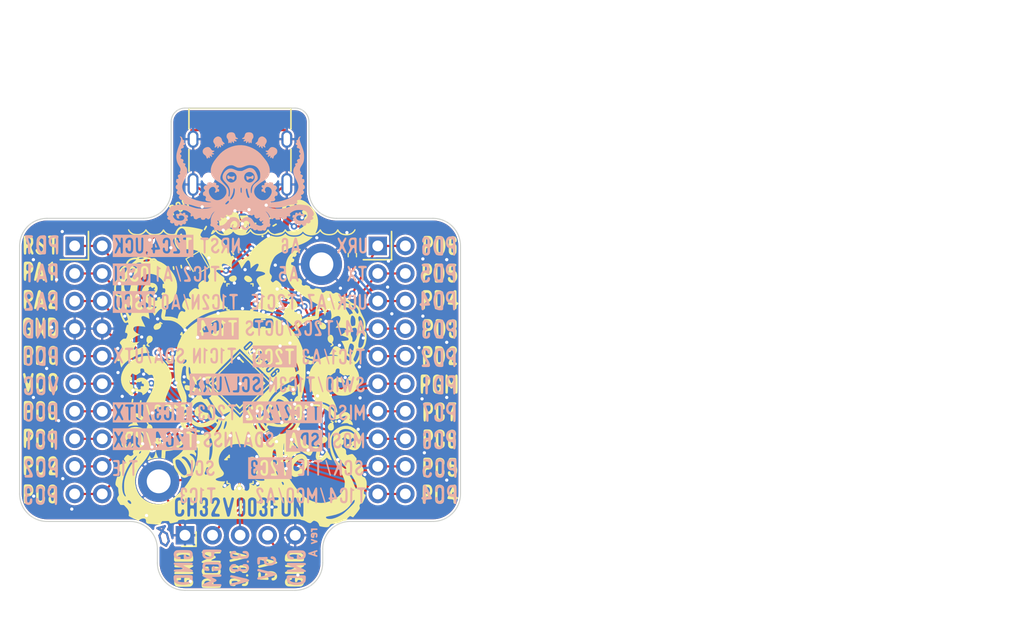
<source format=kicad_pcb>
(kicad_pcb (version 20211014) (generator pcbnew)
  (layers (0 "F.Cu" signal) (31 "B.Cu" signal) (34 "B.Paste" user) (35 "F.Paste" user) (36 "B.SilkS" user "B.Silkscreen") (37 "F.SilkS" user "F.Silkscreen") (38 "B.Mask" user) (39 "F.Mask" user) (44 "Edge.Cuts" user))
  (net 0 "")
  (net 1 "VCC")
  (net 2 "GND")
  (net 3 "PD7NRST")
  (net 4 "PA1")
  (net 5 "PA2")
  (net 6 "PD0")
  (net 7 "PC0")
  (net 8 "PC1")
  (net 9 "PC2")
  (net 10 "PC3")
  (net 11 "SWIO")
  (net 12 "PC4")
  (net 13 "PC5")
  (net 14 "PC6")
  (net 15 "PC7")
  (net 16 "PD2")
  (net 17 "PD6")
  (net 18 "Net-(D1-Pad4)")
  (net 19 "Net-(D1-Pad5)")
  (net 20 "Net-(D2-Pad4)")
  (net 21 "Net-(D2-Pad5)")
  (net 22 "Net-(D3-Pad4)")
  (net 23 "Net-(D3-Pad5)")
  (net 24 "Net-(D4-Pad4)")
  (net 25 "Net-(D4-Pad5)")
  (net 26 "Net-(D5-Pad4)")
  (net 27 "Net-(D5-Pad5)")
  (net 30 "D+")
  (net 31 "D-")
  (net 32 "DPU")
  (net 33 "Net-(J4-PadA7)")
  (net 34 "Net-(J4-PadA6)")
  (net 35 "Net-(J4-PadB5)")
  (net 36 "Net-(J4-PadA5)")
  (net 39 "+5V")
  (net 40 "Net-(D7-Pad2)")
  (net 41 "Net-(D8-Pad1)")
  (footprint "WS2816-2121:WS2816-2121" (layer "F.Cu") (at 93.071804 96.000012 -120)
    (fp_text reference "D1" hide)
    (fp_text value "WS2816C-2121" hide)
  )
  (footprint "Resistor_SMD:R_0402_1005Metric" (layer "F.Cu") (at 90.45 101.68 -100)
    (fp_text reference "R6")
    (fp_text value "1.5k" hide)
  )
  (footprint "Resistor_SMD:R_0402_1005Metric" (layer "F.Cu") (at 103.825 93.038327 -120)
    (fp_text reference "R2")
    (fp_text value "NP" hide)
  )
  (footprint "MountingHole:MountingHole_2.2mm_M2_DIN965_Pad" (layer "F.Cu") (at 92.5 109)
    (fp_text reference "J6" hide)
    (fp_text value "HOLE" hide)
  )
  (footprint "Capacitor_SMD:C_0402_1005Metric" (layer "F.Cu") (at 97.46 94.92 30)
    (fp_text reference "C3" hide)
    (fp_text value "1u")
  )
  (footprint "Resistor_SMD:R_0402_1005Metric" (layer "F.Cu") (at 99.65 87.75 -60)
    (fp_text reference "R1" hide)
    (fp_text value "NP")
  )
  (footprint "Resistor_SMD:R_0402_1005Metric" (layer "F.Cu") (at 102.14 94.45 180)
    (fp_text reference "R5")
    (fp_text value "NP" hide)
  )
  (footprint "Custom:PinHeader_2x10_P2.54mm_Vertical" (layer "F.Cu") (at 84.755 87.305)
    (fp_text reference "J1" hide)
    (fp_text value "~")
  )
  (footprint "WS2816-2121:WS2816-2121" (layer "F.Cu") (at 100.000003 108.000006)
    (fp_text reference "D5" hide)
    (fp_text value "WS2816C-2121" hide)
  )
  (footprint "Custom:PinHeader_1x05_P2.54mm_Vertical" (layer "F.Cu") (at 94.925 113.97 90)
    (fp_text reference "J2" hide)
    (fp_text value "PGM" hide)
  )
  (footprint "Capacitor_SMD:C_0402_1005Metric" (layer "F.Cu") (at 94.23 89.28 -80)
    (fp_text reference "C4")
    (fp_text value "1u" hide)
  )
  (footprint "Package_DFN_QFN:QFN-20-1EP_3x3mm_P0.4mm_EP1.65x1.65mm" (layer "F.Cu") (at 99.97 99.97 -45)
    (fp_text reference "U1")
    (fp_text value "CH32V003F4U6" hide)
  )
  (footprint "Capacitor_SMD:C_0402_1005Metric" (layer "F.Cu") (at 96.627551 100.461842 113)
    (fp_text reference "C1" hide)
    (fp_text value "1u" hide)
  )
  (footprint "MountingHole:MountingHole_2.2mm_M2_DIN965_Pad" (layer "F.Cu") (at 107.5 89)
    (fp_text reference "J5" hide)
    (fp_text value "HOLE" hide)
  )
  (footprint "WS2816-2121:WS2816-2121" (layer "F.Cu") (at 100.000007 92.000012 180)
    (fp_text reference "D2" hide)
    (fp_text value "WS2816C-2121" hide)
  )
  (footprint "LED_SMD:LED_0402_1005Metric" (layer "F.Cu") (at 101.125 86.95 -150)
    (fp_text reference "D8" hide)
    (fp_text value "NP")
  )
  (footprint "WS2816-2121:WS2816-2121" (layer "F.Cu") (at 106.928203 96 120)
    (fp_text reference "D3" hide)
    (fp_text value "WS2816C-2121" hide)
  )
  (footprint "Capacitor_SMD:C_0402_1005Metric" (layer "F.Cu") (at 102.734308 104.79 30)
    (fp_text reference "C2")
    (fp_text value "1u" hide)
  )
  (footprint "LED_SMD:LED_0402_1005Metric" (layer "F.Cu") (at 94.875 84.725 -155)
    (fp_text reference "D7")
    (fp_text value "LED")
  )
  (footprint "xdfn_reg:xdfn-reg" (layer "F.Cu") (at 96.07 88.89 30)
    (fp_text reference "U2")
    (fp_text value "3.3vReg")
  )
  (footprint "Resistor_SMD:R_0402_1005Metric" (layer "F.Cu") (at 110.35 88.15 90)
    (fp_text reference "R7" hide)
    (fp_text value "NP")
  )
  (footprint "Resistor_SMD:R_0402_1005Metric" (layer "F.Cu") (at 97.14 85.84 -120)
    (fp_text reference "R3")
    (fp_text value "5.1k" hide)
  )
  (footprint "Connector_USB:USB_C_Receptacle_HRO_TYPE-C-31-M-12" (layer "F.Cu") (at 99.99 78.51 180)
    (fp_text reference "J4" hide)
    (fp_text value "USB_C_Receptacle_USB2.0" hide)
  )
  (footprint "art:Front" (layer "F.Cu") (at 100.375306 96.777662)
    (fp_text reference "A1" hide)
    (fp_text value "front" hide)
  )
  (footprint "Resistor_SMD:R_0402_1005Metric" (layer "F.Cu") (at 102.998327 85.055 30)
    (fp_text reference "R4")
    (fp_text value "5.1k" hide)
  )
  (footprint "Custom:PinHeader_2x10_P2.54mm_Vertical" (layer "F.Cu") (at 112.695 87.305)
    (fp_text reference "J3" hide)
    (fp_text value "~")
  )
  (footprint "WS2816-2121:WS2816-2121" (layer "F.Cu") (at 106.928202 103.999997 60)
    (fp_text reference "D4" hide)
    (fp_text value "WS2816C-2121" hide)
  )
  (footprint "WS2816-2121:WS2816-2121" (layer "F.Cu") (at 93.071797 104 -60)
    (fp_text reference "D6" hide)
    (fp_text value "WS2816C-2121" hide)
  )
  (footprint "art:Back" (layer "B.Cu") (at 101.318385 96.90765 180)
    (fp_text reference "A2" hide)
    (fp_text value "back" hide)
  )
  (footprint "art:Heart" (layer "B.Cu") (at 100.309657 75.585578 180)
    (fp_text reference "A3" hide)
    (fp_text value "heart" hide)
  )
  (gr_line (start 93.183013 114.941025) (end 92.75 114.691025) (layer "F.Cu") (width 0.2))
  (gr_line (start 92.383975 113.325) (end 93.25 113.825) (layer "F.Cu") (width 0.2))
  (gr_line (start 93.066987 113.141987) (end 92.383975 113.325) (layer "F.Cu") (width 0.2))
  (gr_line (start 92.75 114.691025) (end 92.566987 114.008013) (layer "F.Cu") (width 0.2))
  (gr_line (start 92.566987 114.008013) (end 93.066987 113.141987) (layer "F.Cu") (width 0.2))
  (gr_line (start 93.433013 114.508013) (end 93.183013 114.941025) (layer "F.Cu") (width 0.2))
  (gr_line (start 93.433013 114.508013) (end 93.25 113.825) (layer "F.Cu") (width 0.2))
  (gr_line (start 93.25 113.825) (end 93.433013 114.508013) (layer "B.Cu") (width 0.2))
  (gr_line (start 92.75 114.691025) (end 92.566987 114.008013) (layer "B.Cu") (width 0.2))
  (gr_line (start 93.066987 113.141987) (end 92.383975 113.325) (layer "B.Cu") (width 0.2))
  (gr_line (start 93.183013 114.941025) (end 92.75 114.691025) (layer "B.Cu") (width 0.2))
  (gr_line (start 92.383975 113.325) (end 93.25 113.825) (layer "B.Cu") (width 0.2))
  (gr_line (start 92.566987 114.008013) (end 93.066987 113.141987) (layer "B.Cu") (width 0.2))
  (gr_line (start 93.433013 114.508013) (end 93.183013 114.941025) (layer "B.Cu") (width 0.2))
  (gr_rect (start 90.83 111.27) (end 93.41 112.21) (layer "F.SilkS") (width 0.15) (fill solid))
  (gr_arc (start 117.78 84.76) (mid 119.576051 85.503949) (end 120.32 87.3) (layer "Edge.Cuts") (width 0.1))
  (gr_line (start 91.11 84.76) (end 82.22 84.76) (layer "Edge.Cuts") (width 0.1))
  (gr_arc (start 79.68 87.3) (mid 80.423949 85.503949) (end 82.22 84.76) (layer "Edge.Cuts") (width 0.1))
  (gr_line (start 105.08 74.6) (end 94.92 74.6) (layer "Edge.Cuts") (width 0.1))
  (gr_arc (start 105.08 74.6) (mid 105.978026 74.971974) (end 106.35 75.87) (layer "Edge.Cuts") (width 0.1))
  (gr_arc (start 108.89 84.76) (mid 107.093948 84.016051) (end 106.35 82.219999) (layer "Edge.Cuts") (width 0.1))
  (gr_line (start 92.38 115.24) (end 92.38 116.51) (layer "Edge.Cuts") (width 0.1))
  (gr_line (start 120.32 87.3) (end 120.32 110.16) (layer "Edge.Cuts") (width 0.1))
  (gr_arc (start 107.62 116.51) (mid 106.876051 118.306051) (end 105.08 119.05) (layer "Edge.Cuts") (width 0.1))
  (gr_arc (start 82.22 112.7) (mid 80.423949 111.956051) (end 79.68 110.16) (layer "Edge.Cuts") (width 0.1))
  (gr_line (start 89.84 112.7) (end 82.22 112.7) (layer "Edge.Cuts") (width 0.1))
  (gr_line (start 79.68 110.16) (end 79.68 87.3) (layer "Edge.Cuts") (width 0.1))
  (gr_line (start 106.35 82.219999) (end 106.35 75.87) (layer "Edge.Cuts") (width 0.1))
  (gr_arc (start 93.65 75.87) (mid 94.021974 74.971974) (end 94.92 74.6) (layer "Edge.Cuts") (width 0.1))
  (gr_line (start 117.78 84.76) (end 108.89 84.76) (layer "Edge.Cuts") (width 0.1))
  (gr_line (start 107.62 115.24) (end 107.62 116.51) (layer "Edge.Cuts") (width 0.1))
  (gr_line (start 105.08 119.05) (end 94.92 119.05) (layer "Edge.Cuts") (width 0.1))
  (gr_arc (start 93.650001 82.22) (mid 92.906052 84.016052) (end 91.11 84.76) (layer "Edge.Cuts") (width 0.1))
  (gr_arc (start 120.32 110.16) (mid 119.576051 111.956051) (end 117.78 112.7) (layer "Edge.Cuts") (width 0.1))
  (gr_arc (start 94.92 119.05) (mid 93.123949 118.306051) (end 92.38 116.51) (layer "Edge.Cuts") (width 0.1))
  (gr_line (start 93.65 75.87) (end 93.650001 82.22) (layer "Edge.Cuts") (width 0.1))
  (gr_arc (start 107.62 115.24) (mid 108.363949 113.443949) (end 110.16 112.7) (layer "Edge.Cuts") (width 0.1))
  (gr_line (start 110.16 112.7) (end 117.78 112.7) (layer "Edge.Cuts") (width 0.1))
  (gr_arc (start 89.84 112.7) (mid 91.636051 113.443949) (end 92.38 115.24) (layer "Edge.Cuts") (width 0.1))
  (gr_text "rev A" (at 106.75 114.6 90) (layer "B.SilkS") (effects (font (size 0.7 0.7)) (justify mirror)))
  (segment (start 100.09 90.28) (end 100.14 90.75) (width 0.2) (layer "F.Cu") (net 1))
  (segment (start 99.97 90.09) (end 100.09 90.28) (width 0.2) (layer "F.Cu") (net 1))
  (segment (start 99.15 106.59) (end 100.15 107.23) (width 0.2) (layer "F.Cu") (net 1))
  (segment (start 100.729978 87.1175) (end 101.05 87.55) (width 0.2) (layer "F.Cu") (net 1))
  (segment (start 95.55 105.42) (end 96.14 105.4) (width 0.2) (layer "F.Cu") (net 1))
  (segment (start 100.08 91.01) (end 100.03 91.8) (width 0.2) (layer "F.Cu") (net 1))
  (segment (start 96.82 93.73) (end 97.044308 95.16) (width 0.2) (layer "F.Cu") (net 1))
  (segment (start 100.94 106.23) (end 101.47 105.77) (width 0.2) (layer "F.Cu") (net 1))
  (segment (start 103.359286 105.339286) (end 103.31 105.37) (width 0.2) (layer "F.Cu") (net 1))
  (segment (start 97.07 89.89) (end 98.7003 89.5747) (width 0.2) (layer "F.Cu") (net 1))
  (segment (start 94.63 105) (end 95.55 105.42) (width 0.2) (layer "F.Cu") (net 1))
  (segment (start 95.74 100.67) (end 96.815102 100.903684) (width 0.2) (layer "F.Cu") (net 1))
  (segment (start 97.2 100.75) (end 97.39 100.74) (width 0.2) (layer "F.Cu") (net 1))
  (segment (start 93.1449 97.133406) (end 93.79 97.22) (width 0.2) (layer "F.Cu") (net 1))
  (segment (start 105.977238 102.627238) (end 106.855106 102.866603) (width 0.2) (layer "F.Cu") (net 1))
  (segment (start 97.63 92.98) (end 97.05 93.29) (width 0.2) (layer "F.Cu") (net 1))
  (segment (start 96.815102 100.903684) (end 97.2 100.75) (width 0.2) (layer "F.Cu") (net 1))
  (segment (start 96.082527 95.732527) (end 97.044308 95.16) (width 0.2) (layer "F.Cu") (net 1))
  (segment (start 96.016891 89.498013) (end 97.07 89.89) (width 0.2) (layer "F.Cu") (net 1))
  (segment (start 94.089893 104.503394) (end 94.31 104.71) (width 0.2) (layer "F.Cu") (net 1))
  (segment (start 104.6 96.26) (end 105.910107 95.496606) (width 0.2) (layer "F.Cu") (net 1))
  (segment (start 99.92 92.5) (end 99.71 92.64) (width 0.2) (layer "F.Cu") (net 1))
  (segment (start 94.09 99.93) (end 95.74 100.67) (width 0.2) (layer "F.Cu") (net 1))
  (segment (start 100.57 107.34) (end 100.945003 107.370006) (width 0.2) (layer "F.Cu") (net 1))
  (segment (start 97.54 100.82) (end 97.69 100.83) (width 0.2) (layer "F.Cu") (net 1))
  (segment (start 91.528296 99.958296) (end 94.09 99.93) (width 0.2) (layer "F.Cu") (net 1))
  (segment (start 96.14 105.4) (end 99.15 106.59) (width 0.2) (layer "F.Cu") (net 1))
  (segment (start 97.05 93.29) (end 96.82 93.73) (width 0.2) (layer "F.Cu") (net 1))
  (segment (start 91.825018 99.955018) (end 91.528296 99.958296) (width 0.2) (layer "F.Cu") (net 1))
  (segment (start 100.14 90.75) (end 100.08 91.01) (width 0.2) (layer "F.Cu") (net 1))
  (segment (start 101.47 105.77) (end 102.318616 105.03) (width 0.2) (layer "F.Cu") (net 1))
  (segment (start 99.94 109.66) (end 99.96 108.42) (width 0.2) (layer "F.Cu") (net 1))
  (segment (start 98.7003 89.5747) (end 99.3 89.73) (width 0.2) (layer "F.Cu") (net 1))
  (segment (start 100.03 91.8) (end 99.92 92.5) (width 0.2) (layer "F.Cu") (net 1))
  (segment (start 87.3 100.005) (end 91.528296 99.958296) (width 0.2) (layer "F.Cu") (net 1))
  (segment (start 102.76 105.34) (end 102.318616 105.03) (width 0.2) (layer "F.Cu") (net 1))
  (segment (start 99.055007 92.630012) (end 97.63 92.98) (width 0.2) (layer "F.Cu") (net 1))
  (segment (start 100.387736 107.292264) (end 100.94 106.23) (width 0.2) (layer "F.Cu") (net 1))
  (segment (start 94.31 104.71) (end 94.63 105) (width 0.2) (layer "F.Cu") (net 1))
  (segment (start 99.71 92.64) (end 99.055007 92.630012) (width 0.2) (layer "F.Cu") (net 1))
  (segment (start 100.316415 107.273585) (end 100.387736 107.292264) (width 0.2) (layer "F.Cu") (net 1))
  (segment (start 100.15 107.23) (end 100.316415 107.273585) (width 0.2) (layer "F.Cu") (net 1))
  (segment (start 103.31 105.37) (end 102.76 105.34) (width 0.2) (layer "F.Cu") (net 1))
  (segment (start 100.387736 107.292264) (end 100.57 107.34) (width 0.2) (layer "F.Cu") (net 1))
  (segment (start 97.69 100.83) (end 97.89 100.83) (width 0.2) (layer "F.Cu") (net 1))
  (segment (start 84.755 100.005) (end 87.295 100.005) (width 0.2) (layer "F.Cu") (net 1))
  (segment (start 97.39 100.74) (end 97.54 100.82) (width 0.2) (layer "F.Cu") (net 1))
  (segment (start 98.03 100.78) (end 98.37901 100.429619) (width 0.2) (layer "F.Cu") (net 1))
  (segment (start 99.3 89.73) (end 99.97 90.09) (width 0.2) (layer "F.Cu") (net 1))
  (segment (start 97.89 100.83) (end 98.03 100.78) (width 0.2) (layer "F.Cu") (net 1))
  (segment (start 100.2 107.6) (end 100.316415 107.273585) (width 0.2) (layer "F.Cu") (net 1))
  (segment (start 99.96 108.42) (end 100.2 107.6) (width 0.2) (layer "F.Cu") (net 1))
  (via (at 103.359286 105.339286) (size 0.6) (drill 0.3) (layers "F.Cu" "B.Cu") (net 1))
  (via (at 96.082527 95.732527) (size 0.6) (drill 0.3) (layers "F.Cu" "B.Cu") (net 1))
  (via (at 104.6 96.26) (size 0.6) (drill 0.3) (layers "F.Cu" "B.Cu") (net 1))
  (via (at 101.05 87.55) (size 0.6) (drill 0.3) (layers "F.Cu" "B.Cu") (net 1))
  (via (at 99.94 109.66) (size 0.6) (drill 0.3) (layers "F.Cu" "B.Cu") (net 1))
  (via (at 98.7003 89.5747) (size 0.6) (drill 0.3) (layers "F.Cu" "B.Cu") (net 1))
  (via (at 94.09 99.93) (size 0.6) (drill 0.3) (layers "F.Cu" "B.Cu") (net 1))
  (via (at 105.977238 102.627238) (size 0.6) (drill 0.3) (layers "F.Cu" "B.Cu") (net 1))
  (via (at 96.14 105.4) (size 0.6) (drill 0.3) (layers "F.Cu" "B.Cu") (net 1))
  (via (at 91.825018 99.955018) (size 0.6) (drill 0.3) (layers "F.Cu" "B.Cu") (net 1))
  (via (at 93.79 97.22) (size 0.6) (drill 0.3) (layers "F.Cu" "B.Cu") (net 1))
  (segment (start 93.79 97.22) (end 94.09 99.93) (width 0.2) (layer "B.Cu") (net 1))
  (segment (start 101.05 87.55) (end 98.7003 89.5747) (width 0.2) (layer "B.Cu") (net 1))
  (segment (start 93.79 97.22) (end 96.082527 95.732527) (width 0.2) (layer "B.Cu") (net 1))
  (segment (start 93.84 102.15) (end 95.23 103.71) (width 0.2) (layer "B.Cu") (net 1))
  (segment (start 105.78 100.81) (end 104.6 96.26) (width 0.2) (layer "B.Cu") (net 1))
  (segment (start 91.825018 99.955018) (end 93.84 102.15) (width 0.2) (layer "B.Cu") (net 1))
  (segment (start 103.359286 105.339286) (end 105.977238 102.627238) (width 0.2) (layer "B.Cu") (net 1))
  (segment (start 100.005 113.97) (end 99.94 109.66) (width 0.2) (layer "B.Cu") (net 1))
  (segment (start 95.23 103.71) (end 96.14 105.4) (width 0.2) (layer "B.Cu") (net 1))
  (segment (start 105.977238 102.627238) (end 105.78 100.81) (width 0.2) (layer "B.Cu") (net 1))
  (segment (start 103.25 83.69) (end 103.44 84.8) (width 0.2) (layer "F.Cu") (net 2))
  (segment (start 99.055003 108.630006) (end 92.5 109) (width 0.2) (layer "F.Cu") (net 2))
  (segment (start 108.37 97.2) (end 107.946299 96.503394) (width 0.2) (layer "F.Cu") (net 2))
  (segment (start 96.44 100.02) (end 96.675 99.575) (width 0.2) (layer "F.Cu") (net 2))
  (segment (start 107.001298 105.133391) (end 106.28 106.13) (width 0.2) (layer "F.Cu") (net 2))
  (segment (start 92.22 98.11) (end 91.35 97.95) (width 0.2) (layer "F.Cu") (net 2))
  (segment (start 95.68 81.54) (end 96.75 82.455) (width 0.2) (layer "F.Cu") (net 2))
  (segment (start 102.61 86.38) (end 103.4 86.07) (width 0.2) (layer "F.Cu") (net 2))
  (segment (start 90.66 97.57) (end 89.77 96.74) (width 0.2) (layer "F.Cu") (net 2))
  (segment (start 99.08 99.66) (end 100 100) (width 0.2) (layer "F.Cu") (net 2))
  (segment (start 84.755 94.925) (end 87.295 94.925) (width 0.2) (layer "F.Cu") (net 2))
  (segment (start 90.93 95.7) (end 92.053708 96.503406) (width 0.2) (layer "F.Cu") (net 2))
  (segment (start 103.25 82.455) (end 103.25 83.69) (width 0.2) (layer "F.Cu") (net 2))
  (segment (start 104.15 76.63) (end 95.51 76.63) (width 0.2) (layer "F.Cu") (net 2))
  (segment (start 94.925 113.97) (end 92.5 109) (width 0.2) (layer "F.Cu") (net 2))
  (segment (start 98.691852 99.257538) (end 98.21 98.78) (width 0.2) (layer "F.Cu") (net 2))
  (segment (start 91.35 97.95) (end 90.66 97.57) (width 0.2) (layer "F.Cu") (net 2))
  (segment (start 92.053701 103.496606) (end 91.925 102.7) (width 0.2) (layer "F.Cu") (net 2))
  (segment (start 95.77 98.44) (end 92.22 98.11) (width 0.2) (layer "F.Cu") (net 2))
  (segment (start 98.691852 99.257538) (end 99.08 99.66) (width 0.2) (layer "F.Cu") (net 2))
  (segment (start 97.975 93.5) (end 97.875692 94.68) (width 0.2) (layer "F.Cu") (net 2))
  (segment (start 89.77 96.74) (end 87.3 94.925) (width 0.2) (layer "F.Cu") (net 2))
  (segment (start 96.623109 89.148013) (end 97.12 88.41) (width 0.2) (layer "F.Cu") (net 2))
  (segment (start 106.28 98.99) (end 102.86 99.94) (width 0.2) (layer "F.Cu") (net 2))
  (segment (start 97.83 98.62) (end 95.77 98.44) (width 0.2) (layer "F.Cu") (net 2))
  (segment (start 95.68 77.36) (end 95.68 81.54) (width 0.2) (layer "F.Cu") (net 2))
  (segment (start 104.32 81.54) (end 104.32 77.36) (width 0.2) (layer "F.Cu") (net 2))
  (segment (start 103.4 86.07) (end 103.44 84.8) (width 0.2) (layer "F.Cu") (net 2))
  (segment (start 92.4 94.025) (end 92.998708 94.866618) (width 0.2) (layer "F.Cu") (net 2))
  (segment (start 100.945007 91.370012) (end 101.79 91.2) (width 0.2) (layer "F.Cu") (net 2))
  (segment (start 103.15 104.55) (end 103.85 103.575) (width 0.2) (layer "F.Cu") (net 2))
  (segment (start 98.21 98.78) (end 97.83 98.62) (width 0.2) (layer "F.Cu") (net 2))
  (segment (start 105.375 104.175) (end 103.85 103.575) (width 0.2) (layer "F.Cu") (net 2))
  (segment (start 103.25 82.455) (end 104.32 81.54) (width 0.2) (layer "F.Cu") (net 2))
  (segment (start 109.69 98.52) (end 108.37 97.2) (width 0.2) (layer "F.Cu") (net 2))
  (segment (start 109.69 99.43) (end 109.69 98.52) (width 0.2) (layer "F.Cu") (net 2))
  (segment (start 96.07 88.89) (end 96.623109 89.148013) (width 0.2) (layer "F.Cu") (net 2))
  (via (at 95.65 101.225) (size 0.6) (drill 0.3) (layers "F.Cu" "B.Cu") (net 2))
  (via (at 99.875 97.65) (size 0.6) (drill 0.3) (layers "F.Cu" "B.Cu") (net 2))
  (via (at 88.875 90.775) (size 0.6) (drill 0.3) (layers "F.Cu" "B.Cu") (net 2))
  (via (at 106.28 98.99) (size 0.6) (drill 0.3) (layers "F.Cu" "B.Cu") (net 2))
  (via (at 104.075 90.15) (size 0.6) (drill 0.3) (layers "F.Cu" "B.Cu") (net 2))
  (via (at 105.33 117.64) (size 0.6) (drill 0.3) (layers "F.Cu" "B.Cu") (net 2))
  (via (at 111 98.45) (size 0.6) (drill 0.3) (layers "F.Cu" "B.Cu") (net 2))
  (via (at 116.5 96.675) (size 0.6) (drill 0.3) (layers "F.Cu" "B.Cu") (net 2))
  (via (at 101.6 109.2) (size 0.6) (drill 0.3) (layers "F.Cu" "B.Cu") (net 2))
  (via (at 99.475 90.725) (size 0.6) (drill 0.3) (layers "F.Cu" "B.Cu") (net 2))
  (via (at 93.62 87.47) (size 0.6) (drill 0.3) (layers "F.Cu" "B.Cu") (net 2))
  (via (at 100.225 93.075) (size 0.6) (drill 0.3) (layers "F.Cu" "B.Cu") (net 2))
  (via (at 80.95 88.57) (size 0.6) (drill 0.3) (layers "F.Cu" "B.Cu") (net 2))
  (via (at 116.85 88.5) (size 0.6) (drill 0.3) (layers "F.Cu" "B.Cu") (net 2))
  (via (at 96.51 83.7) (size 0.6) (drill 0.3) (layers "F.Cu" "B.Cu") (net 2))
  (via (at 119.05 101.27) (size 0.6) (drill 0.3) (layers "F.Cu" "B.Cu") (net 2))
  (via (at 101.55 106.725) (size 0.6) (drill 0.3) (layers "F.Cu" "B.Cu") (net 2))
  (via (at 95.19 89.37) (size 0.6) (drill 0.3) (layers "F.Cu" "B.Cu") (net 2))
  (via (at 116.775 101.4) (size 0.6) (drill 0.3) (layers "F.Cu" "B.Cu") (net 2))
  (via (at 90.93 95.7) (size 0.6) (drill 0.3) (layers "F.Cu" "B.Cu") (net 2))
  (via (at 111.5 108.375) (size 0.6) (drill 0.3) (layers "F.Cu" "B.Cu") (net 2))
  (via (at 89.14 101.17) (size 0.6) (drill 0.3) (layers "F.Cu" "B.Cu") (net 2))
  (via (at 111.37 95.79) (size 0.6) (drill 0.3) (layers "F.Cu" "B.Cu") (net 2))
  (via (at 119.05 96.19) (size 0.6) (drill 0.3) (layers "F.Cu" "B.Cu") (net 2))
  (via (at 89.925 89.9) (size 0.6) (drill 0.3) (layers "F.Cu" "B.Cu") (net 2))
  (via (at 83.27 103.41) (size 0.6) (drill 0.3) (layers "F.Cu" "B.Cu") (net 2))
  (via (at 119.05 88.57) (size 0.6) (drill 0.3) (layers "F.Cu" "B.Cu") (net 2))
  (via (at 113.68 88.7) (size 0.6) (drill 0.3) (layers "F.Cu" "B.Cu") (net 2))
  (via (at 91.018784 105.541216) (size 0.6) (drill 0.3) (layers "F.Cu" "B.Cu") (net 2))
  (via (at 116.85 93.775) (size 0.6) (drill 0.3) (layers "F.Cu" "B.Cu") (net 2))
  (via (at 91.65 100.725) (size 0.6) (drill 0.3) (layers "F.Cu" "B.Cu") (net 2))
  (via (at 88.75 98.975) (size 0.6) (drill 0.3) (layers "F.Cu" "B.Cu") (net 2))
  (via (at 104.91 100.53) (size 0.6) (drill 0.3) (layers "F.Cu" "B.Cu") (net 2))
  (via (at 109.16 96.47) (size 0.6) (drill 0.3) (layers "F.Cu" "B.Cu") (net 2))
  (via (at 91.115304 99.124696) (size 0.6) (drill 0.3) (layers "F.Cu" "B.Cu") (net 2))
  (via (at 116.99 106.37) (size 0.6) (drill 0.3) (layers "F.Cu" "B.Cu") (net 2))
  (via (at 83.09 90.41) (size 0.6) (drill 0.3) (layers "F.Cu" "B.Cu") (net 2))
  (via (at 102.86 99.94) (size 0.6) (drill 0.3) (layers "F.Cu" "B.Cu") (net 2))
  (via (at 119.05 108.89) (size 0.6) (drill 0.3) (layers "F.Cu" "B.Cu") (net 2))
  (via (at 101.79 91.2) (size 0.6) (drill 0.3) (layers "F.Cu" "B.Cu") (net 2))
  (via (at 82.625 94.8) (size 0.6) (drill 0.3) (layers "F.Cu" "B.Cu") (net 2))
  (via (at 113.99 93.56) (size 0.6) (drill 0.3) (layers "F.Cu" "B.Cu") (net 2))
  (via (at 94.95 95.05) (size 0.6) (drill 0.3) (layers "F.Cu" "B.Cu") (net 2))
  (via (at 96.55 104.475) (size 0.6) (drill 0.3) (layers "F.Cu" "B.Cu") (net 2))
  (via (at 89.375 93.775) (size 0.6) (drill 0.3) (layers "F.Cu" "B.Cu") (net 2))
  (via (at 98.6 109.4) (size 0.6) (drill 0.3) (layers "F.Cu" "B.Cu") (net 2))
  (via (at 111.06 101.31) (size 0.6) (drill 0.3) (layers "F.Cu" "B.Cu") (net 2))
  (via (at 103.85 103.575) (size 0.6) (drill 0.3) (layers "F.Cu" "B.Cu") (net 2))
  (via (at 88.725 96.75) (size 0.6) (drill 0.3) (layers "F.Cu" "B.Cu") (net 2))
  (via (at 103.69 96.52) (size 0.6) (drill 0.3) (layers "F.Cu" "B.Cu") (net 2))
  (via (at 105.03 101.89) (size 0.6) (drill 0.3) (layers "F.Cu" "B.Cu") (net 2))
  (via (at 80.98 110.37) (size 0.6) (drill 0.3) (layers "F.Cu" "B.Cu") (net 2))
  (via (at 107.075 86.55) (size 0.6) (drill 0.3) (layers "F.Cu" "B.Cu") (net 2))
  (via (at 104.25 107.825) (size 0.6) (drill 0.3) (layers "F.Cu" "B.Cu") (net 2))
  (via (at 102.95 111.375) (size 0.6) (drill 0.3) (layers "F.Cu" "B.Cu") (net 2))
  (via (at 109.85 86.075) (size 0.6) (drill 0.3) (layers "F.Cu" "B.Cu") (net 2))
  (via (at 83.66 108.75) (size 0.6) (drill 0.3) (layers "F.Cu" "B.Cu") (net 2))
  (via (at 113.6 91.1) (size 0.6) (drill 0.3) (layers "F.Cu" "B.Cu") (net 2))
  (via (at 102.61 86.38) (size 0.6) (drill 0.3) (layers "F.Cu" "B.Cu") (net 2))
  (via (at 83.61 85.98) (size 0.6) (drill 0.3) (layers "F.Cu" "B.Cu") (net 2))
  (via (at 105.375 104.175) (size 0.6) (drill 0.3) (layers "F.Cu" "B.Cu") (net 2))
  (via (at 95.43 118.22) (size 0.6) (drill 0.3) (layers "F.Cu" "B.Cu") (net 2))
  (via (at 110.89 104.21) (size 0.6) (drill 0.3) (layers "F.Cu" "B.Cu") (net 2))
  (via (at 109.69 99.43) (size 0.6) (drill 0.3) (layers "F.Cu" "B.Cu") (net 2))
  (via (at 92.2 91.925) (size 0.6) (drill 0.3) (layers "F.Cu" "B.Cu") (net 2))
  (via (at 106.28 106.13) (size 0.6) (drill 0.3) (layers "F.Cu" "B.Cu") (net 2))
  (via (at 109.25 91.2) (size 0.6) (drill 0.3) (layers "F.Cu" "B.Cu") (net 2))
  (via (at 103.25 89.075) (size 0.6) (drill 0.3) (layers "F.Cu" "B.Cu") (net 2))
  (via (at 100 100) (size 0.6) (drill 0.3) (layers "F.Cu" "B.Cu") (net 2))
  (via (at 94.85 99.375) (size 0.6) (drill 0.3) (layers "F.Cu" "B.Cu") (net 2))
  (via (at 107.91 94.26) (size 0.6) (drill 0.3) (layers "F.Cu" "B.Cu") (net 2))
  (via (at 82.175 98.6) (size 0.6) (drill 0.3) (layers "F.Cu" "B.Cu") (net 2))
  (via (at 84.49 111.56) (size 0.6) (drill 0.3) (layers "F.Cu" "B.Cu") (net 2))
  (via (at 109.14 103.46) (size 0.6) (drill 0.3) (layers "F.Cu" "B.Cu") (net 2))
  (via (at 97.975 93.5) (size 0.6) (drill 0.3) (layers "F.Cu" "B.Cu") (net 2))
  (via (at 98.45 103.1) (size 0.6) (drill 0.3) (layers "F.Cu" "B.Cu") (net 2))
  (via (at 109.025 107) (size 0.6) (drill 0.3) (layers "F.Cu" "B.Cu") (net 2))
  (via (at 100.46 89.49) (size 0.6) (drill 0.3) (layers "F.Cu" "B.Cu") (net 2))
  (via (at 91.38 112.15) (size 0.6) (drill 0.3) (layers "F.Cu" "B.Cu") (net 2))
  (via (at 98.45 85.85) (size 0.6) (drill 0.3) (layers "F.Cu" "B.Cu") (net 2))
  (via (at 92.4 94.025) (size 0.6) (drill 0.3) (layers "F.Cu" "B.Cu") (net 2))
  (via (at 104.025 94.475) (size 0.6) (drill 0.3) (layers "F.Cu" "B.Cu") (net 2))
  (via (at 96.675 99.575) (size 0.6) (drill 0.3) (layers "F.Cu" "B.Cu") (net 2))
  (via (at 106.61 101.93) (size 0.6) (drill 0.3) (layers "F.Cu" "B.Cu") (net 2))
  (via (at 91.925 102.7) (size 0.6) (drill 0.3) (layers "F.Cu" "B.Cu") (net 2))
  (via (at 105.72 84.7) (size 0.6) (drill 0.3) (layers "F.Cu" "B.Cu") (net 2))
  (via (at 80.95 101.27) (size 0.6) (drill 0.3) (layers "F.Cu" "B.Cu") (net 2))
  (via (at 97.12 88.41) (size 0.6) (drill 0.3) (layers "F.Cu" "B.Cu") (net 2))
  (via (at 100.81 104.82) (size 0.6) (drill 0.3) (layers "F.Cu" "B.Cu") (net 2))
  (via (at 104.75 105.15) (size 0.6) (drill 0.3) (layers "F.Cu" "B.Cu") (net 2))
  (segment (start 90.93 95.7) (end 92.4 94.025) (width 0.2) (layer "B.Cu") (net 2))
  (segment (start 91.27 106.98) (end 92.5 109) (width 0.2) (layer "B.Cu") (net 2))
  (segment (start 106.28 106.13) (end 105.375 104.175) (width 0.2) (layer "B.Cu") (net 2))
  (segment (start 102.86 99.94) (end 100 100) (width 0.2) (layer "B.Cu") (net 2))
  (segment (start 96.68 115.82) (end 94.925 113.97) (width 0.2) (layer "B.Cu") (net 2))
  (segment (start 100 100) (end 98.45 103.1) (width 0.2) (layer "B.Cu") (net 2))
  (segment (start 103.85 103.575) (end 103.96 103.07) (width 0.2) (layer "B.Cu") (net 2))
  (segment (start 103.325 89) (end 103.25 89.075) (width 0.2) (layer "B.Cu") (net 2))
  (segment (start 109.25 98.99) (end 106.28 98.99) (width 0.2) (layer "B.Cu") (net 2))
  (segment (start 105.085 113.97) (end 103.94 115.59) (width 0.2) (layer "B.Cu") (net 2))
  (segment (start 91.925 102.7) (end 91.2 100.69) (width 0.2) (layer "B.Cu") (net 2))
  (segment (start 90.83 104.46) (end 91.018784 105.541216) (width 0.2) (layer "B.Cu") (net 2))
  (segment (start 91.115304 99.124696) (end 90.93 95.7) (width 0.2) (layer "B.Cu") (net 2))
  (segment (start 103.98 102.31) (end 103.25 101.16) (width 0.2) (layer "B.Cu") (net 2))
  (segment (start 97.19 91.01) (end 98.45 91.37) (width 0.2) (layer "B.Cu") (net 2))
  (segment (start 107.5 89) (end 103.325 89) (width 0.2) (layer "B.Cu") (net 2))
  (segment (start 91.2 100.69) (end 91.115304 99.124696) (width 0.2) (layer "B.Cu") (net 2))
  (segment (start 103.25 89.075) (end 102.61 88.435) (width 0.2) (layer "B.Cu") (net 2))
  (segment (start 103.25 89.075) (end 103.25 89.74) (width 0.2) (layer "B.Cu") (net 2))
  (segment (start 91.925 102.7) (end 90.83 104.46) (width 0.2) (layer "B.Cu") (net 2))
  (segment (start 96.675 99.575) (end 100 100) (width 0.2) (layer "B.Cu") (net 2))
  (segment (start 101.59 100.79) (end 100 100) (width 0.2) (layer "B.Cu") (net 2))
  (segment (start 109.69 99.43) (end 109.25 98.99) (width 0.2) (layer "B.Cu") (net 2))
  (segment (start 103.25 89.74) (end 101.79 91.2) (width 0.2) (layer "B.Cu") (net 2))
  (segment (start 103.94 115.59) (end 96.68 115.82) (width 0.2) (layer "B.Cu") (net 2))
  (segment (start 94.61 91.96) (end 97.19 91.01) (width 0.2) (layer "B.Cu") (net 2))
  (segment (start 103.25 101.16) (end 101.59 100.79) (width 0.2) (layer "B.Cu") (net 2))
  (segment (start 102.61 88.435) (end 102.61 86.38) (width 0.2) (layer "B.Cu") (net 2))
  (segment (start 92.4 94.025) (end 94.61 91.96) (width 0.2) (layer "B.Cu") (net 2))
  (segment (start 98.86 92.61) (end 97.975 93.5) (width 0.2) (layer "B.Cu") (net 2))
  (segment (start 103.96 103.07) (end 103.98 102.31) (width 0.2) (layer "B.Cu") (net 2))
  (segment (start 101.79 91.2) (end 98.86 92.61) (width 0.2) (layer "B.Cu") (net 2))
  (segment (start 91.018784 105.541216) (end 91.27 106.98) (width 0.2) (layer "B.Cu") (net 2))
  (segment (start 98.45 91.37) (end 98.86 92.61) (width 0.2) (layer "B.Cu") (net 2))
  (segment (start 91.68 94.6) (end 92.22 95.17) (width 0.2) (layer "F.Cu") (net 3))
  (segment (start 95.49 96.85) (end 97.57 97.38) (width 0.2) (layer "F.Cu") (net 3))
  (segment (start 97.57 97.38) (end 98.32 97.49) (width 0.2) (layer "F.Cu") (net 3))
  (segment (start 87.295 87.305) (end 84.755 87.305) (width 0.2) (layer "F.Cu") (net 3))
  (segment (start 98.32 97.49) (end 98.82 97.7) (width 0.2) (layer "F.Cu") (net 3))
  (segment (start 87.3 87.305) (end 90.83 92.57) (width 0.2) (layer "F.Cu") (net 3))
  (segment (start 98.82 97.7) (end 99.540381 98.40901) (width 0.2) (layer "F.Cu") (net 3))
  (segment (start 90.83 92.57) (end 91.68 94.6) (width 0.2) (layer "F.Cu") (net 3))
  (segment (start 92.22 95.17) (end 93.83 96.08) (width 0.2) (layer "F.Cu") (net 3))
  (segment (start 93.83 96.08) (end 95.49 96.85) (width 0.2) (layer "F.Cu") (net 3))
  (segment (start 96.12 97.44) (end 97.57 97.8) (width 0.2) (layer "F.Cu") (net 4))
  (segment (start 98.02 97.86) (end 98.46 97.96) (width 0.2) (layer "F.Cu") (net 4))
  (segment (start 98.46 97.96) (end 98.57 98.02) (width 0.2) (layer "F.Cu") (net 4))
  (segment (start 98.57 98.02) (end 99.257538 98.691852) (width 0.2) (layer "F.Cu") (net 4))
  (segment (start 84.755 89.845) (end 87.295 89.845) (width 0.2) (layer "F.Cu") (net 4))
  (segment (start 91.79 95.44) (end 92.36 95.81) (width 0.2) (layer "F.Cu") (net 4))
  (segment (start 93.04 96.16) (end 95.15 97.15) (width 0.2) (layer "F.Cu") (net 4))
  (segment (start 92.36 95.81) (end 93.04 96.16) (width 0.2) (layer "F.Cu") (net 4))
  (segment (start 90.05 93.12) (end 91.34 94.89) (width 0.2) (layer "F.Cu") (net 4))
  (segment (start 87.3 89.845) (end 90.05 93.12) (width 0.2) (layer "F.Cu") (net 4))
  (segment (start 91.34 94.89) (end 91.79 95.44) (width 0.2) (layer "F.Cu") (net 4))
  (segment (start 95.15 97.15) (end 96.12 97.44) (width 0.2) (layer "F.Cu") (net 4))
  (segment (start 97.57 97.8) (end 98.02 97.86) (width 0.2) (layer "F.Cu") (net 4))
  (segment (start 92.05 97.69) (end 93.01 97.81) (width 0.2) (layer "F.Cu") (net 5))
  (segment (start 90.25 96.57) (end 91.11 97.37) (width 0.2) (layer "F.Cu") (net 5))
  (segment (start 91.11 97.37) (end 92.05 97.69) (width 0.2) (layer "F.Cu") (net 5))
  (segment (start 87.295 92.385) (end 84.755 92.385) (width 0.2) (layer "F.Cu") (net 5))
  (segment (start 87.3 92.385) (end 90.25 96.57) (width 0.2) (layer "F.Cu") (net 5))
  (segment (start 93.01 97.81) (end 98.02 98.25) (width 0.2) (layer "F.Cu") (net 5))
  (segment (start 98.02 98.25) (end 98.49 98.49) (width 0.2) (layer "F.Cu") (net 5))
  (segment (start 98.49 98.49) (end 98.974695 98.974695) (width 0.2) (layer "F.Cu") (net 5))
  (segment (start 98.08 99.2) (end 98.40901 99.540381) (width 0.2) (layer "F.Cu") (net 6))
  (segment (start 92.21 98.5) (end 94.23 98.68) (width 0.2) (layer "F.Cu") (net 6))
  (segment (start 87.295 97.465) (end 84.755 97.465) (width 0.2) (layer "F.Cu") (net 6))
  (segment (start 96.41 98.87) (end 97.5 98.97) (width 0.2) (layer "F.Cu") (net 6))
  (segment (start 94.23 98.68) (end 96.41 98.87) (width 0.2) (layer "F.Cu") (net 6))
  (segment (start 97.5 98.97) (end 98.08 99.2) (width 0.2) (layer "F.Cu") (net 6))
  (segment (start 87.3 97.465) (end 91.11 98.34) (width 0.2) (layer "F.Cu") (net 6))
  (segment (start 91.11 98.34) (end 92.21 98.5) (width 0.2) (layer "F.Cu") (net 6))
  (segment (start 97.56 101.52) (end 98.17 101.19) (width 0.2) (layer "F.Cu") (net 7))
  (segment (start 98.17 101.19) (end 98.33 101.05) (width 0.2) (layer "F.Cu") (net 7))
  (segment (start 98.33 101.05) (end 98.661852 100.712462) (width 0.2) (layer "F.Cu") (net 7))
  (segment (start 87.295 102.545) (end 84.755 102.545) (width 0.2) (layer "F.Cu") (net 7))
  (segment (start 89.173744 102.333744) (end 94.44 101.74) (width 0.2) (layer "F.Cu") (net 7))
  (segment (start 96.39 101.83) (end 97.56 101.52) (width 0.2) (layer "F.Cu") (net 7))
  (segment (start 94.44 101.74) (end 96.39 101.83) (width 0.2) (layer "F.Cu") (net 7))
  (segment (start 87.3 102.545) (end 89.173744 102.333744) (width 0.2) (layer "F.Cu") (net 7))
  (segment (start 97.85 101.81) (end 98.44 101.5) (width 0.2) (layer "F.Cu") (net 8))
  (segment (start 98.44 101.5) (end 98.944695 100.995305) (width 0.2) (layer "F.Cu") (net 8))
  (segment (start 96.05 102.48) (end 96.78 102.13) (width 0.2) (layer "F.Cu") (net 8))
  (segment (start 92.25 104.15) (end 93.42 103.48) (width 0.2) (layer "F.Cu") (net 8))
  (segment (start 93.42 103.48) (end 96.05 102.48) (width 0.2) (layer "F.Cu") (net 8))
  (segment (start 96.78 102.13) (end 97.85 101.81) (width 0.2) (layer "F.Cu") (net 8))
  (segment (start 91.53 104.3) (end 92.25 104.15) (width 0.2) (layer "F.Cu") (net 8))
  (segment (start 84.755 105.085) (end 87.295 105.085) (width 0.2) (layer "F.Cu") (net 8))
  (segment (start 87.3 105.085) (end 91.53 104.3) (width 0.2) (layer "F.Cu") (net 8))
  (segment (start 92.38 104.5) (end 93.68 103.81) (width 0.2) (layer "F.Cu") (net 9))
  (segment (start 93.68 103.81) (end 94.46 103.51) (width 0.2) (layer "F.Cu") (net 9))
  (segment (start 90.25 105.19) (end 90.89 104.83) (width 0.2) (layer "F.Cu") (net 9))
  (segment (start 90.89 104.83) (end 91.83 104.63) (width 0.2) (layer "F.Cu") (net 9))
  (segment (start 98.9 101.62) (end 99.227538 101.278148) (width 0.2) (layer "F.Cu") (net 9))
  (segment (start 91.83 104.63) (end 92.38 104.5) (width 0.2) (layer "F.Cu") (net 9))
  (segment (start 87.3 107.625) (end 90.25 105.19) (width 0.2) (layer "F.Cu") (net 9))
  (segment (start 94.46 103.51) (end 96.79 102.62) (width 0.2) (layer "F.Cu") (net 9))
  (segment (start 97.85 102.26) (end 98.51 101.95) (width 0.2) (layer "F.Cu") (net 9))
  (segment (start 96.79 102.62) (end 97.85 102.26) (width 0.2) (layer "F.Cu") (net 9))
  (segment (start 87.295 107.625) (end 84.755 107.625) (width 0.2) (layer "F.Cu") (net 9))
  (segment (start 98.51 101.95) (end 98.9 101.62) (width 0.2) (layer "F.Cu") (net 9))
  (segment (start 89.61 107.56) (end 91.88 105.84) (width 0.2) (layer "F.Cu") (net 10))
  (segment (start 98.8 102.26) (end 99.13 101.94) (width 0.2) (layer "F.Cu") (net 10))
  (segment (start 98.24 102.58) (end 98.8 102.26) (width 0.2) (layer "F.Cu") (net 10))
  (segment (start 94.625 104.15) (end 96.74 103.19) (width 0.2) (layer "F.Cu") (net 10))
  (segment (start 99.13 101.94) (end 99.510381 101.56099) (width 0.2) (layer "F.Cu") (net 10))
  (segment (start 84.755 110.165) (end 87.295 110.165) (width 0.2) (layer "F.Cu") (net 10))
  (segment (start 96.74 103.19) (end 97.45 102.85) (width 0.2) (layer "F.Cu") (net 10))
  (segment (start 97.45 102.85) (end 98.24 102.58) (width 0.2) (layer "F.Cu") (net 10))
  (segment (start 87.3 110.165) (end 89.61 107.56) (width 0.2) (layer "F.Cu") (net 10))
  (via (at 91.88 105.84) (size 0.6) (drill 0.3) (layers "F.Cu" "B.Cu") (net 10))
  (via (at 94.625 104.15) (size 0.6) (drill 0.3) (layers "F.Cu" "B.Cu") (net 10))
  (segment (start 91.88 105.84) (end 94.625 104.15) (width 0.2) (layer "B.Cu") (net 10))
  (segment (start 107.6 106.33) (end 98.68 112.44) (width 0.2) (layer "F.Cu") (net 11))
  (segment (start 102.32 101.12) (end 101.91 100.77) (width 0.2) (layer "F.Cu") (net 11))
  (segment (start 98.68 112.44) (end 97.465 113.97) (width 0.2) (layer "F.Cu") (net 11))
  (segment (start 107.14 101.13) (end 103.12 101.33) (width 0.2) (layer "F.Cu") (net 11))
  (segment (start 115.235 100.005) (end 112.695 100.005) (width 0.2) (layer "F.Cu") (net 11))
  (segment (start 101.91 100.77) (end 101.59099 100.459619) (width 0.2) (layer "F.Cu") (net 11))
  (segment (start 103.12 101.33) (end 102.32 101.12) (width 0.2) (layer "F.Cu") (net 11))
  (via (at 107.6 106.33) (size 0.6) (drill 0.3) (layers "F.Cu" "B.Cu") (net 11))
  (via (at 107.14 101.13) (size 0.6) (drill 0.3) (layers "F.Cu" "B.Cu") (net 11))
  (segment (start 107.48 102.47) (end 107.14 101.13) (width 0.2) (layer "B.Cu") (net 11))
  (segment (start 107.14 101.13) (end 112.7 99.995) (width 0.2) (layer "B.Cu") (net 11))
  (segment (start 107.6 106.33) (end 107.48 102.47) (width 0.2) (layer "B.Cu") (net 11))
  (segment (start 100.82 101.95) (end 100.89 102.09) (width 0.2) (layer "F.Cu") (net 12))
  (segment (start 100.89 102.09) (end 100.66 103.03) (width 0.2) (layer "F.Cu") (net 12))
  (segment (start 100.459619 101.59099) (end 100.82 101.95) (width 0.2) (layer "F.Cu") (net 12))
  (segment (start 112.695 110.165) (end 115.235 110.165) (width 0.2) (layer "F.Cu") (net 12))
  (via (at 100.66 103.03) (size 0.6) (drill 0.3) (layers "F.Cu" "B.Cu") (net 12))
  (segment (start 107.41 108.13) (end 110.02 108.94) (width 0.2) (layer "B.Cu") (net 12))
  (segment (start 106.26 107.71) (end 107.41 108.13) (width 0.2) (layer "B.Cu") (net 12))
  (segment (start 102.14 105.68) (end 102.95 106.45) (width 0.2) (layer "B.Cu") (net 12))
  (segment (start 110.02 108.94) (end 112.7 110.155) (width 0.2) (layer "B.Cu") (net 12))
  (segment (start 101.32 104.03) (end 102.14 105.68) (width 0.2) (layer "B.Cu") (net 12))
  (segment (start 100.66 103.03) (end 101.32 104.03) (width 0.2) (layer "B.Cu") (net 12))
  (segment (start 102.95 106.45) (end 106.26 107.71) (width 0.2) (layer "B.Cu") (net 12))
  (segment (start 101.17 101.72) (end 100.742462 101.308148) (width 0.2) (layer "F.Cu") (net 13))
  (segment (start 115.235 107.625) (end 112.695 107.625) (width 0.2) (layer "F.Cu") (net 13))
  (segment (start 101.59 102.53) (end 101.17 101.72) (width 0.2) (layer "F.Cu") (net 13))
  (via (at 101.59 102.53) (size 0.6) (drill 0.3) (layers "F.Cu" "B.Cu") (net 13))
  (segment (start 112.7 107.615) (end 110.17 107.98) (width 0.2) (layer "B.Cu") (net 13))
  (segment (start 110.17 107.98) (end 107.47 107.71) (width 0.2) (layer "B.Cu") (net 13))
  (segment (start 107.47 107.71) (end 103.2 106.1) (width 0.2) (layer "B.Cu") (net 13))
  (segment (start 101.81 104) (end 101.59 102.53) (width 0.2) (layer "B.Cu") (net 13))
  (segment (start 102.55 105.49) (end 101.81 104) (width 0.2) (layer "B.Cu") (net 13))
  (segment (start 103.2 106.1) (end 102.55 105.49) (width 0.2) (layer "B.Cu") (net 13))
  (segment (start 107.04 104.35) (end 106.06 103.78) (width 0.2) (layer "F.Cu") (net 14))
  (segment (start 101.4 101.39) (end 101.95 101.83) (width 0.2) (layer "F.Cu") (net 14))
  (segment (start 103.083688 102.526312) (end 99.1 104.79) (width 0.2) (layer "F.Cu") (net 14))
  (segment (start 101.95 101.83) (end 102.95 102.47) (width 0.2) (layer "F.Cu") (net 14))
  (segment (start 101.025305 101.025305) (end 101.4 101.39) (width 0.2) (layer "F.Cu") (net 14))
  (segment (start 115.235 105.085) (end 112.695 105.085) (width 0.2) (layer "F.Cu") (net 14))
  (segment (start 106.06 103.78) (end 103.083688 102.526312) (width 0.2) (layer "F.Cu") (net 14))
  (segment (start 112.7 105.075) (end 108.03 104.77) (width 0.2) (layer "F.Cu") (net 14))
  (segment (start 102.95 102.47) (end 103.083688 102.526312) (width 0.2) (layer "F.Cu") (net 14))
  (segment (start 108.03 104.77) (end 107.04 104.35) (width 0.2) (layer "F.Cu") (net 14))
  (segment (start 92.599304 96.818406) (end 92.4 97.14) (width 0.2) (layer "F.Cu") (net 14))
  (via (at 92.4 97.14) (size 0.6) (drill 0.3) (layers "F.Cu" "B.Cu") (net 14))
  (via (at 99.1 104.79) (size 0.6) (drill 0.3) (layers "F.Cu" "B.Cu") (net 14))
  (segment (start 99.1 104.79) (end 97.74 104.53) (width 0.2) (layer "B.Cu") (net 14))
  (segment (start 97.74 104.53) (end 96.69 103.75) (width 0.2) (layer "B.Cu") (net 14))
  (segment (start 93.23 98.11) (end 92.4 97.14) (width 0.2) (layer "B.Cu") (net 14))
  (segment (start 93.56 100.43) (end 93.23 98.11) (width 0.2) (layer "B.Cu") (net 14))
  (segment (start 93.83 100.8) (end 93.56 100.43) (width 0.2) (layer "B.Cu") (net 14))
  (segment (start 94.78 101.73) (end 93.83 100.8) (width 0.2) (layer "B.Cu") (net 14))
  (segment (start 96.69 103.75) (end 94.78 101.73) (width 0.2) (layer "B.Cu") (net 14))
  (segment (start 107.53 104.11) (end 108.18 104.32) (width 0.2) (layer "F.Cu") (net 15))
  (segment (start 107.05 103.88) (end 107.53 104.11) (width 0.2) (layer "F.Cu") (net 15))
  (segment (start 102.15 101.48) (end 102.89 101.83) (width 0.2) (layer "F.Cu") (net 15))
  (segment (start 112.695 102.545) (end 115.235 102.545) (width 0.2) (layer "F.Cu") (net 15))
  (segment (start 108.69 104.3) (end 112.7 102.535) (width 0.2) (layer "F.Cu") (net 15))
  (segment (start 103.5 102.01) (end 107.05 103.88) (width 0.2) (layer "F.Cu") (net 15))
  (segment (start 102.89 101.83) (end 103.5 102.01) (width 0.2) (layer "F.Cu") (net 15))
  (segment (start 102.15 101.48) (end 101.62 101.05) (width 0.2) (layer "F.Cu") (net 15))
  (segment (start 101.62 101.05) (end 101.308148 100.742462) (width 0.2) (layer "F.Cu") (net 15))
  (segment (start 108.18 104.32) (end 108.69 104.3) (width 0.2) (layer "F.Cu") (net 15))
  (segment (start 104.16 97.55) (end 102.86 98.38) (width 0.2) (layer "F.Cu") (net 16))
  (segment (start 105.74 96.87) (end 104.16 97.55) (width 0.2) (layer "F.Cu") (net 16))
  (segment (start 112.7 97.455) (end 109.49 95.72) (width 0.2) (layer "F.Cu") (net 16))
  (segment (start 102.09 98.99) (end 101.56099 99.510381) (width 0.2) (layer "F.Cu") (net 16))
  (segment (start 102.86 98.38) (end 102.09 98.99) (width 0.2) (layer "F.Cu") (net 16))
  (segment (start 112.695 97.465) (end 115.235 97.465) (width 0.2) (layer "F.Cu") (net 16))
  (segment (start 109.49 95.72) (end 108.54 95.63) (width 0.2) (layer "F.Cu") (net 16))
  (segment (start 106.64 96.44) (end 105.74 96.87) (width 0.2) (layer "F.Cu") (net 16))
  (segment (start 108.54 95.63) (end 107.93 95.77) (width 0.2) (layer "F.Cu") (net 16))
  (segment (start 107.93 95.77) (end 106.64 96.44) (width 0.2) (layer "F.Cu") (net 16))
  (segment (start 112.695 87.305) (end 115.235 87.305) (width 0.2) (layer "F.Cu") (net 17))
  (segment (start 100.87 97.94) (end 100.429619 98.37901) (width 0.2) (layer "F.Cu") (net 17))
  (segment (start 110.36 91.7) (end 112.7 87.295) (width 0.2) (layer "F.Cu") (net 17))
  (segment (start 101.1 97.62) (end 100.87 97.94) (width 0.2) (layer "F.Cu") (net 17))
  (segment (start 101.28 96.99) (end 101.1 97.62) (width 0.2) (layer "F.Cu") (net 17))
  (via (at 101.28 96.99) (size 0.6) (drill 0.3) (layers "F.Cu" "B.Cu") (net 17))
  (via (at 110.36 91.7) (size 0.6) (drill 0.3) (layers "F.Cu" "B.Cu") (net 17))
  (segment (start 101.28 96.99) (end 110.36 91.7) (width 0.2) (layer "B.Cu") (net 17))
  (segment (start 97.02 92.23) (end 96.31 92.6) (width 0.2) (layer "F.Cu") (net 18))
  (segment (start 95.1 93.61) (end 94.48 94.53) (width 0.2) (layer "F.Cu") (net 18))
  (segment (start 94.31 95.03) (end 94.0899 95.496618) (width 0.2) (layer "F.Cu") (net 18))
  (segment (start 99.055007 92.000012) (end 98.25 92.04) (width 0.2) (layer "F.Cu") (net 18))
  (segment (start 94.48 94.53) (end 94.31 95.03) (width 0.2) (layer "F.Cu") (net 18))
  (segment (start 97.472708 92.082708) (end 97.02 92.23) (width 0.2) (layer "F.Cu") (net 18))
  (segment (start 96.31 92.6) (end 95.1 93.61) (width 0.2) (layer "F.Cu") (net 18))
  (segment (start 98.25 92.04) (end 97.472708 92.082708) (width 0.2) (layer "F.Cu") (net 18))
  (segment (start 93.544304 95.181618) (end 94.32 93.87) (width 0.2) (layer "F.Cu") (net 19))
  (segment (start 98.59 91.37) (end 99.055007 91.370012) (width 0.2) (layer "F.Cu") (net 19))
  (segment (start 97.7 91.47) (end 98.59 91.37) (width 0.2) (layer "F.Cu") (net 19))
  (segment (start 96.11 92.24) (end 97.7 91.47) (width 0.2) (layer "F.Cu") (net 19))
  (segment (start 94.32 93.87) (end 94.89 93.26) (width 0.2) (layer "F.Cu") (net 19))
  (segment (start 94.89 93.26) (end 96.11 92.24) (width 0.2) (layer "F.Cu") (net 19))
  (segment (start 106.1 94.57) (end 106.455703 95.181606) (width 0.2) (layer "F.Cu") (net 20))
  (segment (start 100.945007 92.630012) (end 101.45 92.65) (width 0.2) (layer "F.Cu") (net 20))
  (segment (start 105.4 93.425) (end 106.1 94.57) (width 0.2) (layer "F.Cu") (net 20))
  (via (at 105.4 93.425) (size 0.6) (drill 0.3) (layers "F.Cu" "B.Cu") (net 20))
  (via (at 101.45 92.65) (size 0.6) (drill 0.3) (layers "F.Cu" "B.Cu") (net 20))
  (segment (start 105.4 93.425) (end 101.45 92.65) (width 0.2) (layer "B.Cu") (net 20))
  (segment (start 106.54 94.23) (end 107.001299 94.866606) (width 0.2) (layer "F.Cu") (net 21))
  (segment (start 101.8 91.975) (end 100.945007 92.000012) (width 0.2) (layer "F.Cu") (net 21))
  (segment (start 105.925 92.875) (end 106.54 94.23) (width 0.2) (layer "F.Cu") (net 21))
  (via (at 101.8 91.975) (size 0.6) (drill 0.3) (layers "F.Cu" "B.Cu") (net 21))
  (via (at 105.925 92.875) (size 0.6) (drill 0.3) (layers "F.Cu" "B.Cu") (net 21))
  (segment (start 105.925 92.875) (end 101.8 91.975) (width 0.2) (layer "B.Cu") (net 21))
  (segment (start 107.22 97.63) (end 106.855107 97.133394) (width 0.2) (layer "F.Cu") (net 22))
  (segment (start 107.37 98.19) (end 107.22 97.63) (width 0.2) (layer "F.Cu") (net 22))
  (segment (start 107.85 102.23) (end 107.37 98.19) (width 0.2) (layer "F.Cu") (net 22))
  (segment (start 107.400702 103.181603) (end 107.75 102.58) (width 0.2) (layer "F.Cu") (net 22))
  (segment (start 107.75 102.58) (end 107.85 102.23) (width 0.2) (layer "F.Cu") (net 22))
  (segment (start 107.400703 96.818394) (end 107.76 97.44) (width 0.2) (layer "F.Cu") (net 23))
  (segment (start 107.87 97.86) (end 108.28 102.36) (width 0.2) (layer "F.Cu") (net 23))
  (segment (start 108.26 102.68) (end 108.22 103) (width 0.2) (layer "F.Cu") (net 23))
  (segment (start 108.28 102.36) (end 108.26 102.68) (width 0.2) (layer "F.Cu") (net 23))
  (segment (start 108.22 103) (end 107.946298 103.496603) (width 0.2) (layer "F.Cu") (net 23))
  (segment (start 107.76 97.44) (end 107.87 97.86) (width 0.2) (layer "F.Cu") (net 23))
  (segment (start 101.77 108) (end 101.4 108) (width 0.2) (layer "F.Cu") (net 24))
  (segment (start 101.4 108) (end 100.945003 108.000006) (width 0.2) (layer "F.Cu") (net 24))
  (segment (start 105.63 105.07) (end 105.43 105.36) (width 0.2) (layer "F.Cu") (net 24))
  (segment (start 105.43 105.36) (end 103.3 106.99) (width 0.2) (layer "F.Cu") (net 24))
  (segment (start 105.910106 104.503391) (end 105.63 105.07) (width 0.2) (layer "F.Cu") (net 24))
  (segment (start 103.3 106.99) (end 102.01 107.94) (width 0.2) (layer "F.Cu") (net 24))
  (segment (start 102.01 107.94) (end 101.77 108) (width 0.2) (layer "F.Cu") (net 24))
  (segment (start 106.08 105.43) (end 106.455702 104.818391) (width 0.2) (layer "F.Cu") (net 25))
  (segment (start 100.945003 108.630006) (end 101.93 108.55) (width 0.2) (layer "F.Cu") (net 25))
  (segment (start 105.85 105.69) (end 106.08 105.43) (width 0.2) (layer "F.Cu") (net 25))
  (segment (start 101.93 108.55) (end 102.27 108.42) (width 0.2) (layer "F.Cu") (net 25))
  (segment (start 102.27 108.42) (end 105.85 105.69) (width 0.2) (layer "F.Cu") (net 25))
  (segment (start 93.89 105.26) (end 94.15 105.48) (width 0.2) (layer "F.Cu") (net 26))
  (segment (start 98.39 107.36) (end 98.59 107.39) (width 0.2) (layer "F.Cu") (net 26))
  (segment (start 98.59 107.39) (end 99.055003 107.370006) (width 0.2) (layer "F.Cu") (net 26))
  (segment (start 94.15 105.48) (end 97.93 107.25) (width 0.2) (layer "F.Cu") (net 26))
  (segment (start 97.93 107.25) (end 98.39 107.36) (width 0.2) (layer "F.Cu") (net 26))
  (segment (start 93.544297 104.818394) (end 93.75 105.16) (width 0.2) (layer "F.Cu") (net 26))
  (segment (start 93.75 105.16) (end 93.89 105.26) (width 0.2) (layer "F.Cu") (net 26))
  (segment (start 93.36 105.61) (end 93.23 105.47) (width 0.2) (layer "F.Cu") (net 27))
  (segment (start 93.75 105.89) (end 93.36 105.61) (width 0.2) (layer "F.Cu") (net 27))
  (segment (start 98.05 107.98) (end 97.64 107.79) (width 0.2) (layer "F.Cu") (net 27))
  (segment (start 98.57 108.02) (end 98.05 107.98) (width 0.2) (layer "F.Cu") (net 27))
  (segment (start 99.055003 108.000006) (end 98.57 108.02) (width 0.2) (layer "F.Cu") (net 27))
  (segment (start 93.23 105.47) (end 92.998701 105.133394) (width 0.2) (layer "F.Cu") (net 27))
  (segment (start 97.64 107.79) (end 93.75 105.89) (width 0.2) (layer "F.Cu") (net 27))
  (segment (start 104.63 96.88) (end 105.82 96.37) (width 0.2) (layer "F.Cu") (net 30))
  (segment (start 103.57 93.48) (end 103.31 93.93) (width 0.2) (layer "F.Cu") (net 30))
  (segment (start 102.14 98.38) (end 101.278148 99.227538) (width 0.2) (layer "F.Cu") (net 30))
  (segment (start 102.71 97.58) (end 102.53 98.03) (width 0.2) (layer "F.Cu") (net 30))
  (segment (start 103.23 94.28) (end 103.24 94.97) (width 0.2) (layer "F.Cu") (net 30))
  (segment (start 106.99 95.85) (end 107.81 95.35) (width 0.2) (layer "F.Cu") (net 30))
  (segment (start 115.235 94.925) (end 112.695 94.925) (width 0.2) (layer "F.Cu") (net 30))
  (segment (start 107.81 95.35) (end 108.49 95.18) (width 0.2) (layer "F.Cu") (net 30))
  (segment (start 103.31 93.93) (end 103.23 94.28) (width 0.2) (layer "F.Cu") (net 30))
  (segment (start 102.9 97.86) (end 103.77 97.27) (width 0.2) (layer "F.Cu") (net 30))
  (segment (start 109.55 95.22) (end 112.7 94.915) (width 0.2) (layer "F.Cu") (net 30))
  (segment (start 102.8848 96.8048) (end 102.71 97.58) (width 0.2) (layer "F.Cu") (net 30))
  (segment (start 103.24 94.97) (end 103.15 95.74) (width 0.2) (layer "F.Cu") (net 30))
  (segment (start 108.49 95.18) (end 109.55 95.22) (width 0.2) (layer "F.Cu") (net 30))
  (segment (start 103.77 97.27) (end 104.63 96.88) (width 0.2) (layer "F.Cu") (net 30))
  (segment (start 103.15 95.74) (end 102.94 96.56) (width 0.2) (layer "F.Cu") (net 30))
  (segment (start 102.53 98.03) (end 102.14 98.38) (width 0.2) (layer "F.Cu") (net 30))
  (segment (start 102.53 98.03) (end 102.9 97.86) (width 0.2) (layer "F.Cu") (net 30))
  (segment (start 105.82 96.37) (end 106.99 95.85) (width 0.2) (layer "F.Cu") (net 30))
  (segment (start 102.94 96.56) (end 102.8848 96.8048) (width 0.2) (layer "F.Cu") (net 30))
  (segment (start 102.39 96.99) (end 102.27 97.52) (width 0.2) (layer "F.Cu") (net 31))
  (segment (start 103.74 91.44) (end 103.755429 91.694571) (width 0.2) (layer "F.Cu") (net 31))
  (segment (start 102.77 90.34) (end 103.12 90.63) (width 0.2) (layer "F.Cu") (net 31))
  (segment (start 102.65 94.45) (end 102.73 94.06) (width 0.2) (layer "F.Cu") (net 31))
  (segment (start 103.34 90.83) (end 103.61 91.14) (width 0.2) (layer "F.Cu") (net 31))
  (segment (start 103.755429 91.694571) (end 103.76 91.77) (width 0.2) (layer "F.Cu") (net 31))
  (segment (start 103.69 92.05) (end 103.51 92.38) (width 0.2) (layer "F.Cu") (net 31))
  (segment (start 106.825 91.95) (end 107.1 92.325) (width 0.2) (layer "F.Cu") (net 31))
  (segment (start 107.1 92.325) (end 107.2 92.675) (width 0.2) (layer "F.Cu") (net 31))
  (segment (start 108.3 93.39) (end 109.1 93.53) (width 0.2) (layer "F.Cu") (net 31))
  (segment (start 101.79 89.63) (end 102.3 89.97) (width 0.2) (layer "F.Cu") (net 31))
  (segment (start 107.325 92.925) (end 107.6 93.18) (width 0.2) (layer "F.Cu") (net 31))
  (segment (start 112.695 92.385) (end 115.235 92.385) (width 0.2) (layer "F.Cu") (net 31))
  (segment (start 103.51 92.38) (end 103.18 92.92) (width 0.2) (layer "F.Cu") (net 31))
  (segment (start 101.04 89.04) (end 101.4 89.35) (width 0.2) (layer "F.Cu") (net 31))
  (segment (start 110.45 89.825) (end 110.4 88.535) (width 0.2) (layer "F.Cu") (net 31))
  (segment (start 109.1 93.53) (end 109.81 93.43) (width 0.2) (layer "F.Cu") (net 31))
  (segment (start 101.66 98.27) (end 100.995305 98.944695) (width 0.2) (layer "F.Cu") (net 31))
  (segment (start 109.81 93.43) (end 112.7 92.375) (width 0.2) (layer "F.Cu") (net 31))
  (segment (start 100.8 88.8) (end 101.04 89.04) (width 0.2) (layer "F.Cu") (net 31))
  (segment (start 102.76 94.93) (end 102.8 95.1) (width 0.2) (layer "F.Cu") (net 31))
  (segment (start 103.12 90.63) (end 103.34 90.83) (width 0.2) (layer "F.Cu") (net 31))
  (segment (start 103.61 91.14) (end 103.74 91.44) (width 0.2) (layer "F.Cu") (net 31))
  (segment (start 105.825 91.575) (end 106.5 91.7) (width 0.2) (layer "F.Cu") (net 31))
  (segment (start 100.43 88.55) (end 100.8 88.8) (width 0.2) (layer "F.Cu") (net 31))
  (segment (start 103.76 91.77) (end 103.69 92.05) (width 0.2) (layer "F.Cu") (net 31))
  (segment (start 107.2 92.675) (end 107.325 92.925) (width 0.2) (layer "F.Cu") (net 31))
  (segment (start 102.65 94.45) (end 102.76 94.93) (width 0.2) (layer "F.Cu") (net 31))
  (segment (start 107.6 93.18) (end 108.3 93.39) (width 0.2) (layer "F.Cu") (net 31))
  (segment (start 103.755429 91.694571) (end 103.425 91.275) (width 0.2) (layer "F.Cu") (net 31))
  (segment (start 103.18 92.92) (end 103 93.26) (width 0.2) (layer "F.Cu") (net 31))
  (segment (start 99.905 88.191673) (end 100.07 88.36) (width 0.2) (layer "F.Cu") (net 31))
  (segment (start 106.5 91.7) (end 106.825 91.95) (width 0.2) (layer "F.Cu") (net 31))
  (segment (start 105.390324 91.669676) (end 105.825 91.575) (width 0.2) (layer "F.Cu") (net 31))
  (segment (start 102.27 97.52) (end 102.05 97.88) (width 0.2) (layer "F.Cu") (net 31))
  (segment (start 101.4 89.35) (end 101.79 89.63) (width 0.2) (layer "F.Cu") (net 31))
  (segment (start 102.71 95.64) (end 102.63 96.1) (width 0.2) (layer "F.Cu") (net 31))
  (segment (start 102.05 97.88) (end 101.66 98.27) (width 0.2) (layer "F.Cu") (net 31))
  (segment (start 102.3 89.97) (end 102.77 90.34) (width 0.2) (layer "F.Cu") (net 31))
  (segment (start 102.63 96.1) (end 102.39 96.99) (width 0.2) (layer "F.Cu") (net 31))
  (segment (start 102.73 94.06) (end 102.86 93.75) (width 0.2) (layer "F.Cu") (net 31))
  (segment (start 103 93.26) (end 102.86 93.75) (width 0.2) (layer "F.Cu") (net 31))
  (segment (start 100.07 88.36) (end 100.43 88.55) (width 0.2) (layer "F.Cu") (net 31))
  (segment (start 102.8 95.1) (end 102.71 95.64) (width 0.2) (layer "F.Cu") (net 31))
  (via (at 103.425 91.275) (size 0.6) (drill 0.3) (layers "F.Cu" "B.Cu") (net 31))
  (via (at 110.45 89.825) (size 0.6) (drill 0.3) (layers "F.Cu" "B.Cu") (net 31))
  (via (at 105.390324 91.669676) (size 0.6) (drill 0.3) (layers "F.Cu" "B.Cu") (net 31))
  (segment (start 110.45 89.825) (end 112.695 92.385) (width 0.2) (layer "B.Cu") (net 31))
  (segment (start 103.425 91.275) (end 105.390324 91.669676) (width 0.2) (layer "B.Cu") (net 31))
  (segment (start 102.3 95.45) (end 102.29 95.81) (width 0.2) (layer "F.Cu") (net 32))
  (segment (start 101.99 96.96) (end 101.88 97.36) (width 0.2) (layer "F.Cu") (net 32))
  (segment (start 101.88 97.36) (end 101.54 97.81) (width 0.2) (layer "F.Cu") (net 32))
  (segment (start 101.975 94.2) (end 102.15 93.4) (width 0.2) (layer "F.Cu") (net 32))
  (segment (start 101.63 94.45) (end 102.02 94.96) (width 0.2) (layer "F.Cu") (net 32))
  (segment (start 101.18 98.18) (end 100.712462 98.661852) (width 0.2) (layer "F.Cu") (net 32))
  (segment (start 101.54 97.81) (end 101.18 98.18) (width 0.2) (layer "F.Cu") (net 32))
  (segment (start 110.88 92.03) (end 112.7 89.835) (width 0.2) (layer "F.Cu") (net 32))
  (segment (start 108.19 92.22) (end 110.26 92.32) (width 0.2) (layer "F.Cu") (net 32))
  (segment (start 110.26 92.32) (end 110.62 92.24) (width 0.2) (layer "F.Cu") (net 32))
  (segment (start 110.62 92.24) (end 110.88 92.03) (width 0.2) (layer "F.Cu") (net 32))
  (segment (start 102.29 95.81) (end 102.15 96.3) (width 0.2) (layer "F.Cu") (net 32))
  (segment (start 115.235 89.845) (end 112.695 89.845) (width 0.2) (layer "F.Cu") (net 32))
  (segment (start 102.15 96.3) (end 101.99 96.96) (width 0.2) (layer "F.Cu") (net 32))
  (segment (start 101.63 94.45) (end 101.975 94.2) (width 0.2) (layer "F.Cu") (net 32))
  (segment (start 102.02 94.96) (end 102.3 95.45) (width 0.2) (layer "F.Cu") (net 32))
  (via (at 108.19 92.22) (size 0.6) (drill 0.3) (layers "F.Cu" "B.Cu") (net 32))
  (via (at 102.15 93.4) (size 0.6) (drill 0.3) (layers "F.Cu" "B.Cu") (net 32))
  (segment (start 104.85 93.775) (end 105.1 93.975) (width 0.2) (layer "B.Cu") (net 32))
  (segment (start 103.1 93.4) (end 104.85 93.775) (width 0.2) (layer "B.Cu") (net 32))
  (segment (start 105.375 94.05) (end 105.75 93.95) (width 0.2) (layer "B.Cu") (net 32))
  (segment (start 108.19 92.22) (end 107.64 92.81) (width 0.2) (layer "B.Cu") (net 32))
  (segment (start 107.64 92.81) (end 106.07 93.78) (width 0.2) (layer "B.Cu") (net 32))
  (segment (start 102.15 93.4) (end 103.1 93.4) (width 0.2) (layer "B.Cu") (net 32))
  (segment (start 105.1 93.975) (end 105.375 94.05) (width 0.2) (layer "B.Cu") (net 32))
  (segment (start 105.75 93.95) (end 106.07 93.78) (width 0.2) (layer "B.Cu") (net 32))
  (segment (start 100.74 83.26) (end 100.75 82.455) (width 0.2) (layer "F.Cu") (net 33))
  (segment (start 99.67 84.76) (end 99.58 85.12) (width 0.2) (layer "F.Cu") (net 33))
  (segment (start 99.75 83.68) (end 99.739643 83.959643) (width 0.2) (layer "F.Cu") (net 33))
  (segment (start 99.739643 83.959643) (end 99.73 84.22) (width 0.2) (layer "F.Cu") (net 33))
  (segment (start 99.29 86.49) (end 99.3 86.97) (width 0.2) (layer "F.Cu") (net 33))
  (segment (start 99.739643 83.959643) (end 99.53 84.07) (width 0.2) (layer "F.Cu") (net 33))
  (segment (start 99.75 82.455) (end 99.75 83.68) (width 0.2) (layer "F.Cu") (net 33))
  (segment (start 99.3 86.97) (end 99.395 87.308327) (width 0.2) (layer "F.Cu") (net 33))
  (segment (start 100.83 83.96) (end 100.74 83.26) (width 0.2) (layer "F.Cu") (net 33))
  (segment (start 99.44 85.56) (end 99.32 85.99) (width 0.2) (layer "F.Cu") (net 33))
  (segment (start 99.73 84.22) (end 99.67 84.76) (width 0.2) (layer "F.Cu") (net 33))
  (segment (start 99.32 85.99) (end 99.29 86.49) (width 0.2) (layer "F.Cu") (net 33))
  (segment (start 99.58 85.12) (end 99.44 85.56) (width 0.2) (layer "F.Cu") (net 33))
  (via (at 99.53 84.07) (size 0.6) (drill 0.3) (layers "F.Cu" "B.Cu") (net 33))
  (via (at 100.83 83.96) (size 0.6) (drill 0.3) (layers "F.Cu" "B.Cu") (net 33))
  (segment (start 99.53 84.07) (end 100.83 83.96) (width 0.2) (layer "B.Cu") (net 33))
  (segment (start 100.25 83.54) (end 100.13 83.95) (width 0.2) (layer "F.Cu") (net 34))
  (segment (start 99.84 86.59) (end 100.12 87.38) (width 0.2) (layer "F.Cu") (net 34))
  (segment (start 99.25 83.3) (end 99.25 82.455) (width 0.2) (layer "F.Cu") (net 34))
  (segment (start 98.89 84.73) (end 98.81 84.25) (width 0.2) (layer "F.Cu") (net 34))
  (segment (start 104.32 91.77) (end 104.33 92.19) (width 0.2) (layer "F.Cu") (net 34))
  (segment (start 100.91 88.38) (end 101.4 88.85) (width 0.2) (layer "F.Cu") (net 34))
  (segment (start 101.4 88.85) (end 102.17 89.43) (width 0.2) (layer "F.Cu") (net 34))
  (segment (start 100.12 87.38) (end 100.525 87.975) (width 0.2) (layer "F.Cu") (net 34))
  (segment (start 100.09 84.73) (end 99.97 85.3) (width 0.2) (layer "F.Cu") (net 34))
  (segment (start 100.09 84.73) (end 100.2 85.26) (width 0.2) (layer "F.Cu") (net 34))
  (segment (start 98.81 84.25) (end 98.87 83.94) (width 0.2) (layer "F.Cu") (net 34))
  (segment (start 99.97 85.3) (end 99.82 86.06) (width 0.2) (layer "F.Cu") (net 34))
  (segment (start 102.88 89.93) (end 103.38 90.34) (width 0.2) (layer "F.Cu") (net 34))
  (segment (start 100.13 83.95) (end 100.09 84.73) (width 0.2) (layer "F.Cu") (net 34))
  (segment (start 99.82 86.06) (end 99.84 86.59) (width 0.2) (layer "F.Cu") (net 34))
  (segment (start 103.38 90.34) (end 104.1 90.96) (width 0.2) (layer "F.Cu") (net 34))
  (segment (start 104.33 92.19) (end 104.08 92.596654) (width 0.2) (layer "F.Cu") (net 34))
  (segment (start 99.05 83.69) (end 99.25 83.3) (width 0.2) (layer "F.Cu") (net 34))
  (segment (start 104.1 90.96) (end 104.25 91.3) (width 0.2) (layer "F.Cu") (net 34))
  (segment (start 100.525 87.975) (end 100.91 88.38) (width 0.2) (layer "F.Cu") (net 34))
  (segment (start 104.25 91.3) (end 104.32 91.77) (width 0.2) (layer "F.Cu") (net 34))
  (segment (start 98.87 83.94) (end 99.05 83.69) (width 0.2) (layer "F.Cu") (net 34))
  (segment (start 100.25 82.455) (end 100.25 83.54) (width 0.2) (layer "F.Cu") (net 34))
  (segment (start 102.17 89.43) (end 102.88 89.93) (width 0.2) (layer "F.Cu") (net 34))
  (via (at 98.89 84.73) (size 0.6) (drill 0.3) (layers "F.Cu" "B.Cu") (net 34))
  (via (at 100.2 85.26) (size 0.6) (drill 0.3) (layers "F.Cu" "B.Cu") (net 34))
  (segment (start 100.2 85.26) (end 98.89 84.73) (width 0.2) (layer "B.Cu") (net 34))
  (segment (start 98.23 84) (end 98.11 84.47) (width 0.2) (layer "F.Cu") (net 35))
  (segment (start 98.25 82.455) (end 98.27 83.66) (width 0.2) (layer "F.Cu") (net 35))
  (segment (start 98.11 84.47) (end 97.395 85.398327) (width 0.2) (layer "F.Cu") (net 35))
  (segment (start 98.27 83.66) (end 98.23 84) (width 0.2) (layer "F.Cu") (net 35))
  (segment (start 102.18 84.64) (end 102.556654 85.31) (width 0.2) (layer "F.Cu") (net 36))
  (segment (start 101.29 83.48) (end 101.38 83.66) (width 0.2) (layer "F.Cu") (net 36))
  (segment (start 101.49 83.87) (end 101.82 84.22) (width 0.2) (layer "F.Cu") (net 36))
  (segment (start 101.38 83.66) (end 101.49 83.87) (width 0.2) (layer "F.Cu") (net 36))
  (segment (start 101.82 84.22) (end 102.04 84.44) (width 0.2) (layer "F.Cu") (net 36))
  (segment (start 102.04 84.44) (end 102.18 84.64) (width 0.2) (layer "F.Cu") (net 36))
  (segment (start 101.25 82.455) (end 101.27 83.31) (width 0.2) (layer "F.Cu") (net 36))
  (segment (start 101.27 83.31) (end 101.29 83.48) (width 0.2) (layer "F.Cu") (net 36))
  (segment (start 95.99 87.88) (end 95.72 87.8) (width 0.2) (layer "F.Cu") (net 39))
  (segment (start 99.17 80.9) (end 98.41 81) (width 0.2) (layer "F.Cu") (net 39))
  (segment (start 102.41 83.55) (end 102.45 82.455) (width 0.2) (layer "F.Cu") (net 39))
  (segment (start 101.99 81.12) (end 101.17 80.89) (width 0.2) (layer "F.Cu") (net 39))
  (segment (start 98.41 81) (end 98.02 81.14) (width 0.2) (layer "F.Cu") (net 39))
  (segment (start 96.88 84.22) (end 96.22 85.1) (width 0.2) (layer "F.Cu") (net 39))
  (segment (start 102.21 81.29) (end 101.99 81.12) (width 0.2) (layer "F.Cu") (net 39))
  (segment (start 98.02 81.14) (end 97.75 81.57) (width 0.2) (layer "F.Cu") (net 39))
  (segment (start 96.123109 88.281987) (end 95.99 87.88) (width 0.2) (layer "F.Cu") (net 39))
  (segment (start 108.51 112.33) (end 107.43 113.59) (width 0.2) (layer "F.Cu") (net 39))
  (segment (start 97.29 83.89) (end 96.88 84.22) (width 0.2) (layer "F.Cu") (net 39))
  (segment (start 102.45 82.455) (end 102.36 81.58) (width 0.2) (layer "F.Cu") (net 39))
  (segment (start 107.43 113.59) (end 106.49 115.57) (width 0.2) (layer "F.Cu") (net 39))
  (segment (start 110.54 111.7) (end 108.51 112.33) (width 0.2) (layer "F.Cu") (net 39))
  (segment (start 117.78 87.3) (end 116.51 86.03) (width 0.2) (layer "F.Cu") (net 39))
  (segment (start 97.75 81.57) (end 97.55 82.455) (width 0.2) (layer "F.Cu") (net 39))
  (segment (start 103.52 115.57) (end 102.545 113.97) (width 0.2) (layer "F.Cu") (net 39))
  (segment (start 101.17 80.89) (end 99.17 80.9) (width 0.2) (layer "F.Cu") (net 39))
  (segment (start 116.51 111.52) (end 117.78 110.16) (width 0.2) (layer "F.Cu") (net 39))
  (segment (start 104.98 85.5) (end 109.73 85.51) (width 0.2) (layer "F.Cu") (net 39))
  (segment (start 116.51 86.03) (end 115.22 85.6) (width 0.2) (layer "F.Cu") (net 39))
  (segment (start 102.36 81.58) (end 102.21 81.29) (width 0.2) (layer "F.Cu") (net 39))
  (segment (start 95.72 87.8) (end 95.3 88.18) (width 0.2) (layer "F.Cu") (net 39))
  (segment (start 106.49 115.57) (end 105.18 116.02) (width 0.2) (layer "F.Cu") (net 39))
  (segment (start 95.95 86.08) (end 95.72 87.8) (width 0.2) (layer "F.Cu") (net 39))
  (segment (start 95.3 88.18) (end 94.146649 88.807292) (width 0.2) (layer "F.Cu") (net 39))
  (segment (start 105.18 116.02) (end 103.52 115.57) (width 0.2) (layer "F.Cu") (net 39))
  (segment (start 97.55 82.455) (end 97.5 83.56) (width 0.2) (layer "F.Cu") (net 39))
  (segment (start 117.78 110.16) (end 117.78 87.3) (width 0.2) (layer "F.Cu") (net 39))
  (segment (start 109.73 85.51) (end 115.22 85.6) (width 0.2) (layer "F.Cu") (net 39))
  (segment (start 97.5 83.56) (end 97.29 83.89) (width 0.2) (layer "F.Cu") (net 39))
  (segment (start 96.22 85.1) (end 95.95 86.08) (width 0.2) (layer "F.Cu") (net 39))
  (segment (start 95.516891 88.631987) (end 95.29 88.17) (width 0.2) (layer "F.Cu") (net 39))
  (segment (start 116.51 111.52) (end 110.54 111.7) (width 0.2) (layer "F.Cu") (net 39))
  (via (at 104.98 85.5) (size 0.6) (drill 0.3) (layers "F.Cu" "B.Cu") (net 39))
  (via (at 102.41 83.55) (size 0.6) (drill 0.3) (layers "F.Cu" "B.Cu") (net 39))
  (segment (start 102.41 83.55) (end 104.98 85.5) (width 0.2) (layer "B.Cu") (net 39))
  (segment (start 91.672252 86.751439) (end 94.460441 84.95497) (width 0.2) (layer "F.Cu") (net 40))
  (segment (start 90.538561 101.177748) (end 90.13 100.64) (width 0.2) (layer "F.Cu") (net 40))
  (via (at 91.672252 86.751439) (size 0.6) (drill 0.3) (layers "F.Cu" "B.Cu") (net 40))
  (via (at 90.13 100.64) (size 0.6) (drill 0.3) (layers "F.Cu" "B.Cu") (net 40))
  (segment (start 90.26 95.46) (end 91.672252 86.751439) (width 0.2) (layer "B.Cu") (net 40))
  (segment (start 90.13 100.64) (end 90.26 95.46) (width 0.2) (layer "B.Cu") (net 40))
  (segment (start 103 86.85) (end 102.525 87.025) (width 0.2) (layer "F.Cu") (net 41))
  (segment (start 107.3 85.925) (end 106.05 86.025) (width 0.2) (layer "F.Cu") (net 41))
  (segment (start 108.85 86.2) (end 107.3 85.925) (width 0.2) (layer "F.Cu") (net 41))
  (segment (start 102.15 87.05) (end 101.570022 86.6325) (width 0.2) (layer "F.Cu") (net 41))
  (segment (start 106.05 86.025) (end 103 86.85) (width 0.2) (layer "F.Cu") (net 41))
  (segment (start 102.525 87.025) (end 102.15 87.05) (width 0.2) (layer "F.Cu") (net 41))
  (segment (start 109.675 86.8) (end 108.85 86.2) (width 0.2) (layer "F.Cu") (net 41))
  (segment (start 110.4 87.565) (end 109.675 86.8) (width 0.2) (layer "F.Cu") (net 41))
  (zone (net 2) (net_name "GND") (layers F&B.Cu) (connect_pads (clearance 0.2)) (min_thickness 0.2) (fill yes (thermal_gap 0.2) (thermal_bridge_width 0.2))
    (polygon (pts (xy 125.933482 66.365811) (xy 126.12 122.01) (xy 77.873482 121.895811) (xy 78.273482 64.635811)))
  )
)
</source>
